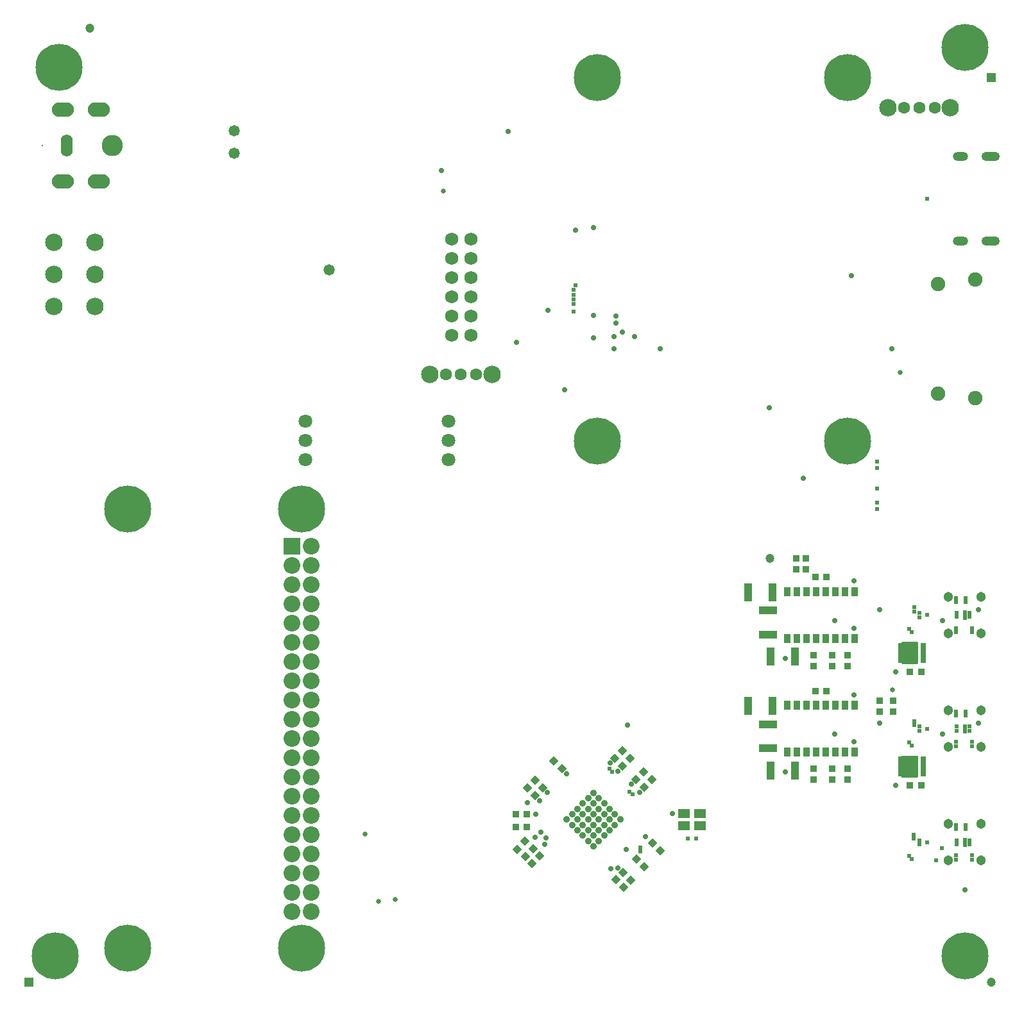
<source format=gbr>
%TF.GenerationSoftware,Altium Limited,Altium Designer,22.2.1 (43)*%
G04 Layer_Color=16711935*
%FSLAX26Y26*%
%MOIN*%
%TF.SameCoordinates,D552E928-BF45-442C-827F-4CC0F3A717A5*%
%TF.FilePolarity,Negative*%
%TF.FileFunction,Soldermask,Bot*%
%TF.Part,Single*%
G01*
G75*
%TA.AperFunction,SMDPad,CuDef*%
%ADD14R,0.035433X0.033465*%
%ADD15R,0.033465X0.035433*%
%ADD16R,0.023622X0.023622*%
%ADD48R,0.043307X0.094488*%
G04:AMPARAMS|DCode=91|XSize=33.465mil|YSize=35.433mil|CornerRadius=0mil|HoleSize=0mil|Usage=FLASHONLY|Rotation=45.000|XOffset=0mil|YOffset=0mil|HoleType=Round|Shape=Rectangle|*
%AMROTATEDRECTD91*
4,1,4,0.000696,-0.024359,-0.024359,0.000696,-0.000696,0.024359,0.024359,-0.000696,0.000696,-0.024359,0.0*
%
%ADD91ROTATEDRECTD91*%

%ADD93R,0.094488X0.043307*%
G04:AMPARAMS|DCode=94|XSize=33.465mil|YSize=35.433mil|CornerRadius=0mil|HoleSize=0mil|Usage=FLASHONLY|Rotation=315.000|XOffset=0mil|YOffset=0mil|HoleType=Round|Shape=Rectangle|*
%AMROTATEDRECTD94*
4,1,4,-0.024359,-0.000696,0.000696,0.024359,0.024359,0.000696,-0.000696,-0.024359,-0.024359,-0.000696,0.0*
%
%ADD94ROTATEDRECTD94*%

%ADD104R,0.059181X0.051307*%
%ADD105R,0.026504X0.027685*%
%ADD106R,0.037921X0.051307*%
%TA.AperFunction,FiducialPad,Global*%
%ADD107C,0.047370*%
%ADD108R,0.047370X0.047370*%
%TA.AperFunction,ComponentPad*%
%ADD109C,0.090677*%
%ADD110C,0.063118*%
%ADD111C,0.244220*%
%ADD112R,0.086740X0.086740*%
%ADD113C,0.086740*%
%ADD114C,0.068000*%
%ADD115O,0.114299X0.074929*%
%ADD116C,0.008000*%
%ADD117O,0.063118X0.114299*%
%ADD118C,0.110362*%
%ADD119C,0.070992*%
%ADD120C,0.074929*%
%ADD121O,0.078866X0.047370*%
%ADD122O,0.094614X0.047370*%
%ADD123C,0.051307*%
%TA.AperFunction,ViaPad*%
%ADD124C,0.035559*%
%ADD125C,0.025716*%
%ADD126C,0.047370*%
%ADD127C,0.023748*%
%ADD128C,0.027685*%
%ADD129C,0.058000*%
G36*
X5658004Y2222478D02*
X5658518Y2222376D01*
X5659014Y2222207D01*
X5659485Y2221975D01*
X5659921Y2221684D01*
X5660315Y2221338D01*
X5660661Y2220944D01*
X5660952Y2220508D01*
X5661184Y2220038D01*
X5661352Y2219541D01*
X5661455Y2219027D01*
X5661489Y2218504D01*
Y2112205D01*
X5661455Y2111682D01*
X5661352Y2111167D01*
X5661184Y2110671D01*
X5660952Y2110200D01*
X5660661Y2109764D01*
X5660315Y2109370D01*
X5659921Y2109024D01*
X5659485Y2108733D01*
X5659014Y2108501D01*
X5658518Y2108333D01*
X5658004Y2108230D01*
X5657480Y2108196D01*
X5580709D01*
X5580185Y2108230D01*
X5579671Y2108333D01*
X5579175Y2108501D01*
X5578704Y2108733D01*
X5578268Y2109024D01*
X5577874Y2109370D01*
X5577529Y2109764D01*
X5577237Y2110200D01*
X5577005Y2110671D01*
X5576837Y2111167D01*
X5576734Y2111682D01*
X5576700Y2112205D01*
Y2218504D01*
X5576734Y2219027D01*
X5576837Y2219541D01*
X5577005Y2220038D01*
X5577237Y2220508D01*
X5577529Y2220944D01*
X5577874Y2221338D01*
X5578268Y2221684D01*
X5578704Y2221975D01*
X5579175Y2222207D01*
X5579671Y2222376D01*
X5580185Y2222478D01*
X5580709Y2222512D01*
X5657480D01*
X5658004Y2222478D01*
D02*
G37*
G36*
Y2813029D02*
X5658518Y2812927D01*
X5659014Y2812759D01*
X5659485Y2812527D01*
X5659921Y2812235D01*
X5660315Y2811890D01*
X5660661Y2811495D01*
X5660952Y2811059D01*
X5661184Y2810589D01*
X5661352Y2810093D01*
X5661455Y2809578D01*
X5661489Y2809055D01*
Y2702756D01*
X5661455Y2702233D01*
X5661352Y2701718D01*
X5661184Y2701222D01*
X5660952Y2700752D01*
X5660661Y2700316D01*
X5660315Y2699921D01*
X5659921Y2699576D01*
X5659485Y2699284D01*
X5659014Y2699052D01*
X5658518Y2698884D01*
X5658004Y2698782D01*
X5657480Y2698747D01*
X5580709D01*
X5580185Y2698782D01*
X5579671Y2698884D01*
X5579175Y2699052D01*
X5578704Y2699284D01*
X5578268Y2699576D01*
X5577874Y2699921D01*
X5577529Y2700316D01*
X5577237Y2700752D01*
X5577005Y2701222D01*
X5576837Y2701718D01*
X5576734Y2702233D01*
X5576700Y2702756D01*
Y2809055D01*
X5576734Y2809578D01*
X5576837Y2810093D01*
X5577005Y2810589D01*
X5577237Y2811059D01*
X5577529Y2811495D01*
X5577874Y2811890D01*
X5578268Y2812235D01*
X5578704Y2812527D01*
X5579175Y2812759D01*
X5579671Y2812927D01*
X5580185Y2813029D01*
X5580709Y2813064D01*
X5657480D01*
X5658004Y2813029D01*
D02*
G37*
D14*
X5078740Y3189961D02*
D03*
Y3247047D02*
D03*
X5029528Y3189961D02*
D03*
Y3247047D02*
D03*
X5462598Y2451772D02*
D03*
Y2508858D02*
D03*
X5531496Y2451772D02*
D03*
Y2508858D02*
D03*
X5216535Y2745079D02*
D03*
Y2687992D02*
D03*
X5118110Y2745079D02*
D03*
Y2687992D02*
D03*
X5295276Y2745079D02*
D03*
Y2687992D02*
D03*
X5216535Y2154528D02*
D03*
Y2097441D02*
D03*
X5118110Y2154528D02*
D03*
Y2097441D02*
D03*
X5295276Y2154528D02*
D03*
Y2097441D02*
D03*
D15*
X3630905Y1917323D02*
D03*
X3573819D02*
D03*
X5186024Y3149606D02*
D03*
X5128937D02*
D03*
X5186024Y2559055D02*
D03*
X5128937D02*
D03*
X3630905Y1850394D02*
D03*
X3573819D02*
D03*
X5621063Y2657480D02*
D03*
X5678150D02*
D03*
X5621063Y2066929D02*
D03*
X5678150D02*
D03*
D16*
X4466535Y1791339D02*
D03*
X4509842D02*
D03*
D48*
X4905512Y3070866D02*
D03*
X4779528D02*
D03*
X5023622Y2736220D02*
D03*
X4897638D02*
D03*
X4905512Y2480315D02*
D03*
X4779528D02*
D03*
X5023622Y2145669D02*
D03*
X4897638D02*
D03*
D91*
X3621549Y1696352D02*
D03*
X3661916Y1736719D02*
D03*
X3656982Y1660919D02*
D03*
X3697349Y1701285D02*
D03*
X4086116Y2208163D02*
D03*
X4126482Y2248530D02*
D03*
X4125486Y2168793D02*
D03*
X4165852Y2209160D02*
D03*
X4196352Y2097927D02*
D03*
X4236719Y2138293D02*
D03*
X4239659Y2058557D02*
D03*
X4280026Y2098923D02*
D03*
X3618608Y1776089D02*
D03*
X3578242Y1735722D02*
D03*
D93*
X4881890Y2976378D02*
D03*
Y2850394D02*
D03*
Y2385827D02*
D03*
Y2259843D02*
D03*
D94*
X4093990Y1579238D02*
D03*
X4134356Y1538872D02*
D03*
X4200289Y1685537D02*
D03*
X4240656Y1645171D02*
D03*
X3673727Y2015250D02*
D03*
X3633360Y2055616D02*
D03*
X3713097Y2054620D02*
D03*
X3672730Y2094986D02*
D03*
X3811522Y2153045D02*
D03*
X3771155Y2193412D02*
D03*
X4282966Y1768215D02*
D03*
X4323333Y1727848D02*
D03*
X4129423Y1614671D02*
D03*
X4169789Y1574305D02*
D03*
D104*
X4529528Y1857284D02*
D03*
X4446850D02*
D03*
Y1922244D02*
D03*
X4529528D02*
D03*
D105*
X5571850Y2717520D02*
D03*
Y2743110D02*
D03*
Y2768701D02*
D03*
X5687992Y2794291D02*
D03*
Y2768701D02*
D03*
Y2743110D02*
D03*
Y2717520D02*
D03*
X5571850Y2794291D02*
D03*
Y2126968D02*
D03*
Y2152559D02*
D03*
Y2178150D02*
D03*
X5687992Y2203740D02*
D03*
Y2178150D02*
D03*
Y2152559D02*
D03*
Y2126968D02*
D03*
X5571850Y2203740D02*
D03*
D106*
X5182480Y2830709D02*
D03*
X5232480D02*
D03*
X5282480D02*
D03*
X5332480D02*
D03*
X5132480D02*
D03*
X5082480D02*
D03*
X5032480D02*
D03*
X4982480D02*
D03*
X5132480Y3074803D02*
D03*
X5082480D02*
D03*
X5032480D02*
D03*
X4982480D02*
D03*
X5182480D02*
D03*
X5232480D02*
D03*
X5282480D02*
D03*
X5332480D02*
D03*
X5182480Y2240157D02*
D03*
X5232480D02*
D03*
X5282480D02*
D03*
X5332480D02*
D03*
X5132480D02*
D03*
X5082480D02*
D03*
X5032480D02*
D03*
X4982480D02*
D03*
X5132480Y2484252D02*
D03*
X5082480D02*
D03*
X5032480D02*
D03*
X4982480D02*
D03*
X5182480D02*
D03*
X5232480D02*
D03*
X5282480D02*
D03*
X5332480D02*
D03*
D107*
X1358268Y6003937D02*
D03*
X6043307Y1043307D02*
D03*
D108*
Y5748032D02*
D03*
X1043307Y1043307D02*
D03*
D109*
X5830709Y5590551D02*
D03*
X5507874D02*
D03*
X3125984Y4204724D02*
D03*
X3448819D02*
D03*
X1171260Y4559055D02*
D03*
Y4724409D02*
D03*
Y4889764D02*
D03*
X1387795Y4559055D02*
D03*
Y4724409D02*
D03*
Y4889764D02*
D03*
D110*
X5590551Y5590551D02*
D03*
X5669291D02*
D03*
X5748032D02*
D03*
X3366142Y4204724D02*
D03*
X3287402D02*
D03*
X3208661D02*
D03*
D111*
X5295276Y5748032D02*
D03*
X3996063D02*
D03*
X5295276Y3858268D02*
D03*
X3996063D02*
D03*
X2460630Y3503937D02*
D03*
X1555118Y1220472D02*
D03*
X2460630D02*
D03*
X1555118Y3503937D02*
D03*
X5905512Y5905512D02*
D03*
Y1181102D02*
D03*
X1200000Y5800000D02*
D03*
X1181102Y1181102D02*
D03*
D112*
X2410866Y3312205D02*
D03*
D113*
X2510866D02*
D03*
X2410866Y3212205D02*
D03*
X2510866D02*
D03*
X2410866Y3112205D02*
D03*
X2510866D02*
D03*
X2410866Y3012205D02*
D03*
X2510866D02*
D03*
X2410866Y2912205D02*
D03*
X2510866D02*
D03*
X2410866Y2812205D02*
D03*
X2510866D02*
D03*
X2410866Y2712205D02*
D03*
X2510866D02*
D03*
X2410866Y2612205D02*
D03*
X2510866D02*
D03*
X2410866Y2512205D02*
D03*
X2510866D02*
D03*
X2410866Y2412205D02*
D03*
X2510866D02*
D03*
X2410866Y2312205D02*
D03*
X2510866D02*
D03*
X2410866Y2212205D02*
D03*
X2510866D02*
D03*
X2410866Y2112205D02*
D03*
X2510866D02*
D03*
X2410866Y2012205D02*
D03*
X2510866D02*
D03*
X2410866Y1912205D02*
D03*
X2510866D02*
D03*
X2410866Y1812205D02*
D03*
X2510866D02*
D03*
X2410866Y1712205D02*
D03*
X2510866D02*
D03*
X2410866Y1612205D02*
D03*
X2510866D02*
D03*
X2410866Y1512205D02*
D03*
X2510866D02*
D03*
X2410866Y1412205D02*
D03*
X2510866D02*
D03*
D114*
X3239961Y4406299D02*
D03*
X3339961D02*
D03*
X3239961Y4506299D02*
D03*
X3339961D02*
D03*
X3239961Y4606299D02*
D03*
X3339961D02*
D03*
X3239961Y4706299D02*
D03*
X3339961D02*
D03*
Y4906299D02*
D03*
X3239961D02*
D03*
Y4806299D02*
D03*
X3339961D02*
D03*
D115*
X1220472Y5206693D02*
D03*
Y5580709D02*
D03*
X1405512D02*
D03*
Y5206693D02*
D03*
D116*
X1112205Y5393701D02*
D03*
D117*
X1240158D02*
D03*
D118*
X1476378D02*
D03*
D119*
X3224409Y3762205D02*
D03*
Y3862205D02*
D03*
Y3962205D02*
D03*
X2480315Y3762205D02*
D03*
Y3862205D02*
D03*
Y3962205D02*
D03*
D120*
X5767717Y4675197D02*
D03*
X5960630Y4698819D02*
D03*
X5767717Y4104331D02*
D03*
X5960630Y4080709D02*
D03*
D121*
X5881890Y5339370D02*
D03*
Y4896850D02*
D03*
D122*
X6039370Y5339370D02*
D03*
Y4896850D02*
D03*
D123*
X5990158Y2858268D02*
D03*
Y3047244D02*
D03*
X5820866D02*
D03*
Y2858268D02*
D03*
X5990158Y2267716D02*
D03*
Y2456693D02*
D03*
X5820866D02*
D03*
Y2267716D02*
D03*
X5990158Y1677165D02*
D03*
Y1866142D02*
D03*
X5820866D02*
D03*
Y1677165D02*
D03*
D124*
X3976378Y1861925D02*
D03*
X3948539Y1834086D02*
D03*
X3920700Y1806247D02*
D03*
X3948539Y1889764D02*
D03*
X3920700Y1861925D02*
D03*
X3892861Y1834086D02*
D03*
X3920700Y1917603D02*
D03*
X3892861Y1889764D02*
D03*
X3865023Y1861925D02*
D03*
X3892861Y1945441D02*
D03*
X3865023Y1917603D02*
D03*
X3837184Y1889764D02*
D03*
X4004217Y1834086D02*
D03*
X3976378Y1806247D02*
D03*
X3948539Y1778408D02*
D03*
X3976378Y1750570D02*
D03*
X4004217Y1778408D02*
D03*
X4032056Y1806247D02*
D03*
X3976378Y1917603D02*
D03*
X4004217Y1945441D02*
D03*
X4032056Y1973280D02*
D03*
X4004217Y1889764D02*
D03*
X4032056Y1917603D02*
D03*
X4059894Y1945441D02*
D03*
X4032056Y1861925D02*
D03*
X4059894Y1889764D02*
D03*
X4087733Y1917603D02*
D03*
X4059894Y1834086D02*
D03*
X4087733Y1861925D02*
D03*
X4115572Y1889764D02*
D03*
X3948539Y1945441D02*
D03*
X3976378Y1973280D02*
D03*
X4004217Y2001119D02*
D03*
X3976378Y2028958D02*
D03*
X3948539Y2001119D02*
D03*
X3920700Y1973280D02*
D03*
D125*
X5531000Y2563000D02*
D03*
X5568000Y4213000D02*
D03*
X3195000Y5158000D02*
D03*
X2859000Y1466000D02*
D03*
X2790000Y1815000D02*
D03*
X2946000Y1474000D02*
D03*
D126*
X4893000Y3247000D02*
D03*
D127*
X5860236Y2884252D02*
D03*
Y2863583D02*
D03*
X4162939Y2035992D02*
D03*
X4178220Y2020850D02*
D03*
X3872000Y4596000D02*
D03*
X3873000Y4619000D02*
D03*
X5943558Y1703937D02*
D03*
Y1682205D02*
D03*
X5860236Y2293898D02*
D03*
Y2272441D02*
D03*
X5908331Y3020866D02*
D03*
Y3041732D02*
D03*
Y2430709D02*
D03*
Y2451575D02*
D03*
Y1860827D02*
D03*
Y1839961D02*
D03*
X5860236Y1682205D02*
D03*
Y1703937D02*
D03*
X5863000Y1761024D02*
D03*
Y1782614D02*
D03*
X5930000Y1761614D02*
D03*
Y1782480D02*
D03*
X5863000Y2352165D02*
D03*
Y2373032D02*
D03*
X5930000Y2352165D02*
D03*
Y2373032D02*
D03*
Y2964488D02*
D03*
Y2943780D02*
D03*
X5863000Y2964488D02*
D03*
Y2943780D02*
D03*
X3871877Y4644486D02*
D03*
X3873648Y4569883D02*
D03*
X3871458Y4531705D02*
D03*
X5642204Y2381299D02*
D03*
Y2402165D02*
D03*
X5629331Y1684646D02*
D03*
X5614724Y1699803D02*
D03*
X5629252Y2275276D02*
D03*
X5614803Y2290276D02*
D03*
X5668678Y1760630D02*
D03*
Y1782677D02*
D03*
Y2351968D02*
D03*
Y2372835D02*
D03*
X5860236Y1839961D02*
D03*
Y1860827D02*
D03*
Y2430709D02*
D03*
Y2451575D02*
D03*
X5943558Y2293898D02*
D03*
Y2272441D02*
D03*
X5640000Y1789764D02*
D03*
X5640986Y1812205D02*
D03*
X4220472Y1744685D02*
D03*
Y1724016D02*
D03*
X5668678Y2962795D02*
D03*
Y2941929D02*
D03*
X4072323Y2138307D02*
D03*
X4058780Y2154016D02*
D03*
X5943558Y2863583D02*
D03*
Y2884252D02*
D03*
X5860236Y3041732D02*
D03*
Y3020866D02*
D03*
X5614724Y2880905D02*
D03*
X5629331Y2865748D02*
D03*
X5642204Y2993110D02*
D03*
Y2972244D02*
D03*
X5755905Y1677165D02*
D03*
X5787402Y1740158D02*
D03*
X3881890Y4669291D02*
D03*
X5448819Y3751968D02*
D03*
Y3716535D02*
D03*
Y3610236D02*
D03*
Y3539370D02*
D03*
Y3503937D02*
D03*
X5708661Y1771653D02*
D03*
Y2952756D02*
D03*
Y2362205D02*
D03*
Y5118110D02*
D03*
X5905512Y1771653D02*
D03*
Y1757874D02*
D03*
Y1785433D02*
D03*
Y2952756D02*
D03*
Y2938976D02*
D03*
Y2966535D02*
D03*
Y2375984D02*
D03*
Y2348425D02*
D03*
Y2362205D02*
D03*
D128*
X3672000Y1798000D02*
D03*
X4246000Y1801000D02*
D03*
X5231000Y2923551D02*
D03*
Y2333000D02*
D03*
X3531496Y5468504D02*
D03*
X3185039Y5263779D02*
D03*
X3701772Y1822835D02*
D03*
X5314961Y4716535D02*
D03*
X5527559Y4338583D02*
D03*
X5905512Y1523622D02*
D03*
X5066929Y3665354D02*
D03*
X4889764Y4031496D02*
D03*
X3881890Y4952756D02*
D03*
X3739173Y4537402D02*
D03*
X3574803Y4370079D02*
D03*
X4127134Y4423000D02*
D03*
X3826772Y4125984D02*
D03*
X3976378Y4393701D02*
D03*
X4385827Y1921260D02*
D03*
X5330709Y2295276D02*
D03*
Y2885827D02*
D03*
Y3129921D02*
D03*
Y2539370D02*
D03*
X5547244Y2066929D02*
D03*
X4972441Y2137795D02*
D03*
Y2728347D02*
D03*
X5547244Y2657480D02*
D03*
X4082677Y4338583D02*
D03*
X4322835D02*
D03*
X4082677Y4401575D02*
D03*
X4188976D02*
D03*
X4153543Y2381890D02*
D03*
X3631890Y1978347D02*
D03*
X3677165Y1917323D02*
D03*
X3728347Y1795276D02*
D03*
X3724078Y1762205D02*
D03*
X4066929Y1632953D02*
D03*
X4146000Y1734000D02*
D03*
X3834900Y2128144D02*
D03*
X3737464Y2030708D02*
D03*
X3695706Y1988950D02*
D03*
X4103936Y1637464D02*
D03*
X4214758Y2031242D02*
D03*
X4061645Y2184355D02*
D03*
X4103403Y2142597D02*
D03*
X4173000Y2073000D02*
D03*
X5788000Y2924102D02*
D03*
X5975000Y2982102D02*
D03*
X5464000Y2982551D02*
D03*
Y2392000D02*
D03*
X4092056Y4506229D02*
D03*
X4091413Y4469413D02*
D03*
X3977000Y4512000D02*
D03*
X3976000Y4968000D02*
D03*
X5975000Y2391551D02*
D03*
X5788000Y2333551D02*
D03*
D129*
X2602000Y4749000D02*
D03*
X2110236Y5472441D02*
D03*
Y5354331D02*
D03*
%TF.MD5,04ec574ca4d0cae680a23c9547d447fc*%
M02*

</source>
